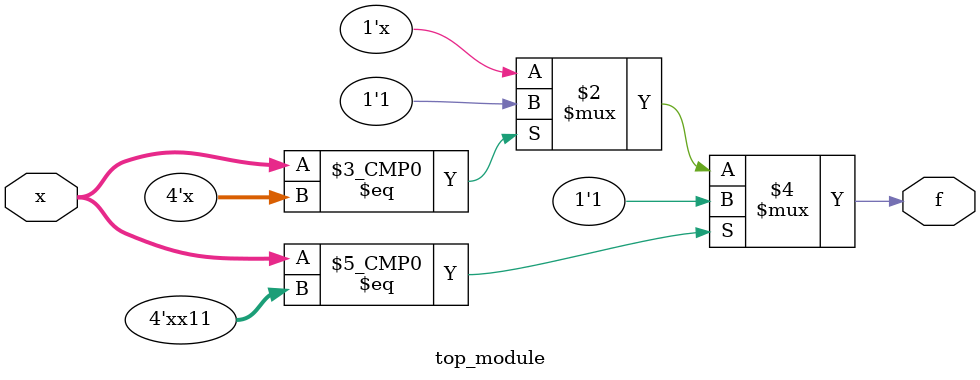
<source format=sv>
module top_module (
    input [4:1] x,
    output logic f
);

always_comb begin
    case (x)
        4'bxx11: f = 1;
        4'bxxxx: f = 1;
        default: f = 0;
    endcase
end

endmodule

</source>
